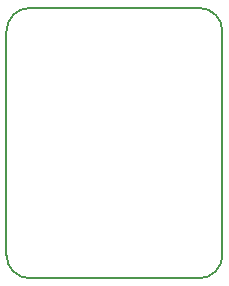
<source format=gbr>
G04 #@! TF.GenerationSoftware,KiCad,Pcbnew,5.0.1-33cea8e~68~ubuntu18.10.1*
G04 #@! TF.CreationDate,2018-11-26T23:36:38+02:00*
G04 #@! TF.ProjectId,BRK-SOT-23-3,42524B2D534F542D32332D332E6B6963,v1.0*
G04 #@! TF.SameCoordinates,Original*
G04 #@! TF.FileFunction,Legend,Bot*
G04 #@! TF.FilePolarity,Positive*
%FSLAX46Y46*%
G04 Gerber Fmt 4.6, Leading zero omitted, Abs format (unit mm)*
G04 Created by KiCad (PCBNEW 5.0.1-33cea8e~68~ubuntu18.10.1) date ma 26. marraskuuta 2018 23.36.38*
%MOMM*%
%LPD*%
G01*
G04 APERTURE LIST*
%ADD10C,0.150000*%
G04 APERTURE END LIST*
D10*
X68300000Y-70900000D02*
G75*
G02X66300000Y-72900000I-2000000J0D01*
G01*
X52000000Y-72900000D02*
G75*
G02X50000000Y-70900000I0J2000000D01*
G01*
X66300000Y-50000000D02*
G75*
G02X68300000Y-52000000I0J-2000000D01*
G01*
X50000000Y-52000000D02*
G75*
G02X52000000Y-50000000I2000000J0D01*
G01*
X66300000Y-72900000D02*
X52000000Y-72900000D01*
X68300000Y-52000000D02*
X68300000Y-70900000D01*
X52000000Y-50000000D02*
X66300000Y-50000000D01*
X50000000Y-70900000D02*
X50000000Y-52000000D01*
M02*

</source>
